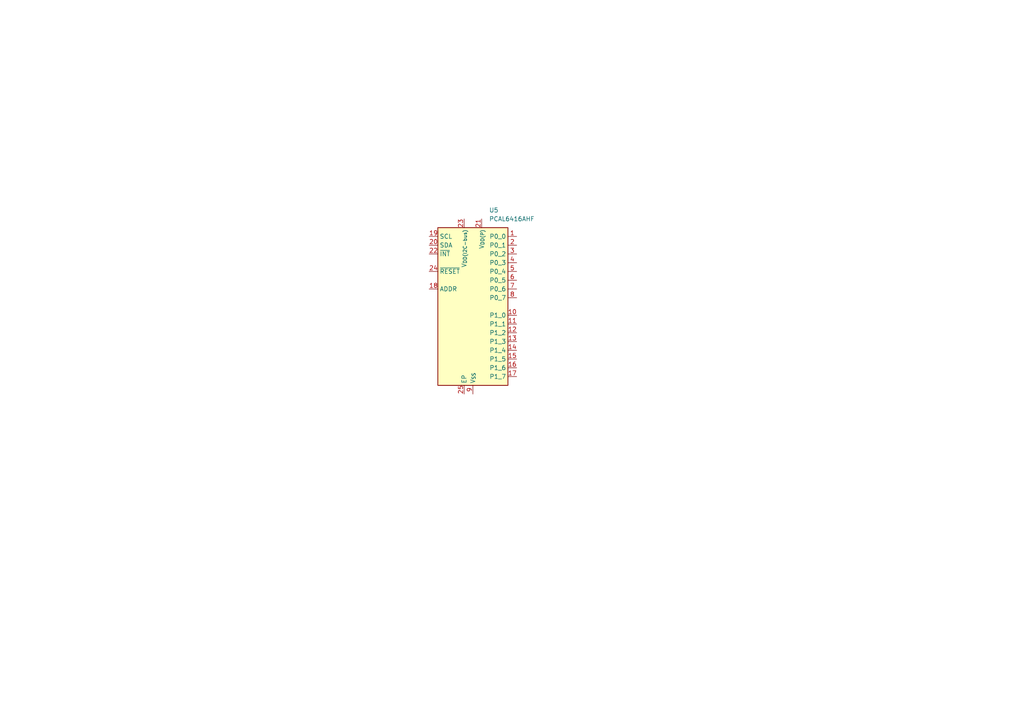
<source format=kicad_sch>
(kicad_sch (version 20250114) (generator "eeschema") (generator_version "9.0")
  (paper "A4")
  (lib_symbols
    (symbol "Interface_Expansion:PCAL6416AHF"
      (property "Reference" "U" (at -10.16 24.13 0))
      (property "Value" "PCAL6416AHF" (at 3.81 24.13 0))
      (symbol "PCAL6416AHF_0_1"
        (rectangle (start -10.16 22.86) (end 10.16 -22.86) (stroke (width 0.254)) (fill (type background)))
      )
      (symbol "PCAL6416AHF_1_1"
        (pin input line (at -12.7 20.32 0) (length 2.54) (name "SCL") (number "19"))
        (pin bidirectional line (at -12.7 17.78 0) (length 2.54) (name "SDA") (number "20"))
        (pin open_collector line (at -12.7 15.24 0) (length 2.54) (name "~{INT}") (number "22"))
        (pin input line (at -12.7 10.16 0) (length 2.54) (name "~{RESET}") (number "24"))
        (pin input line (at -12.7 5.08 0) (length 2.54) (name "ADDR") (number "18"))
        (pin power_in line (at -2.54 25.4 270) (length 2.54) (name "V_{DD(I2C-bus)}") (number "23"))
        (pin passive line (at -2.54 -25.4 90) (length 2.54) (name "EP") (number "25"))
        (pin power_in line (at 0 -25.4 90) (length 2.54) (name "V_{SS}") (number "9"))
        (pin power_in line (at 2.54 25.4 270) (length 2.54) (name "V_{DD(P)}") (number "21"))
        (pin bidirectional line (at 12.7 20.32 180) (length 2.54) (name "P0_0") (number "1"))
        (pin bidirectional line (at 12.7 17.78 180) (length 2.54) (name "P0_1") (number "2"))
        (pin bidirectional line (at 12.7 15.24 180) (length 2.54) (name "P0_2") (number "3"))
        (pin bidirectional line (at 12.7 12.7 180) (length 2.54) (name "P0_3") (number "4"))
        (pin bidirectional line (at 12.7 10.16 180) (length 2.54) (name "P0_4") (number "5"))
        (pin bidirectional line (at 12.7 7.62 180) (length 2.54) (name "P0_5") (number "6"))
        (pin bidirectional line (at 12.7 5.08 180) (length 2.54) (name "P0_6") (number "7"))
        (pin bidirectional line (at 12.7 2.54 180) (length 2.54) (name "P0_7") (number "8"))
        (pin bidirectional line (at 12.7 -2.54 180) (length 2.54) (name "P1_0") (number "10"))
        (pin bidirectional line (at 12.7 -5.08 180) (length 2.54) (name "P1_1") (number "11"))
        (pin bidirectional line (at 12.7 -7.62 180) (length 2.54) (name "P1_2") (number "12"))
        (pin bidirectional line (at 12.7 -10.16 180) (length 2.54) (name "P1_3") (number "13"))
        (pin bidirectional line (at 12.7 -12.7 180) (length 2.54) (name "P1_4") (number "14"))
        (pin bidirectional line (at 12.7 -15.24 180) (length 2.54) (name "P1_5") (number "15"))
        (pin bidirectional line (at 12.7 -17.78 180) (length 2.54) (name "P1_6") (number "16"))
        (pin bidirectional line (at 12.7 -20.32 180) (length 2.54) (name "P1_7") (number "17"))
      )
    )
  )
  (symbol (lib_id "Interface_Expansion:PCAL6416AHF") (at 137.16 88.9 0) (unit 1)
    (property "Reference" "U5" (at 141.8433 60.96 0) (effects (justify left)))
    (property "Value" "PCAL6416AHF" (at 141.8433 63.5 0) (effects (justify left)))
    (property "Footprint" "Package_DFN_QFN:HVQFN-24-1EP_4x4mm_P0.5mm_EP2.1x2.1mm" (effects (hide yes)))
    (property "Datasheet" "https://www.nxp.com/docs/en/data-sheet/PCAL6416A.pdf" (effects (hide yes)))
    (property "Description" "IO expander 16 GPIO, I2C 400kHz, Interrupt, 1.65 - 5.5V, HWQFN-24" (effects (hide yes)))
  )
)
</source>
